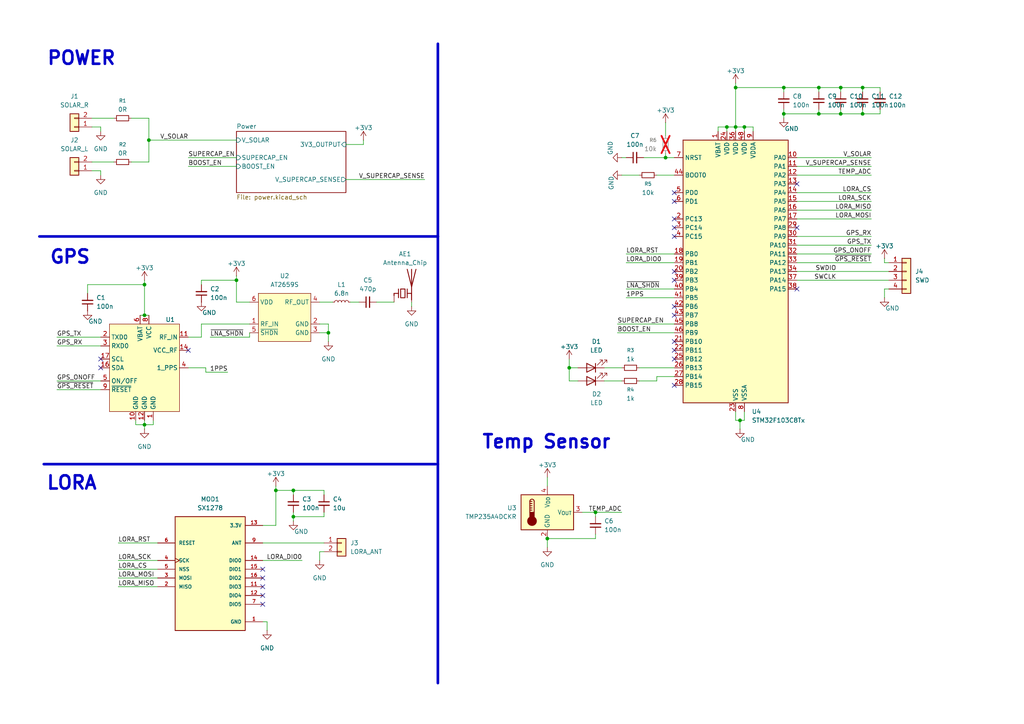
<source format=kicad_sch>
(kicad_sch (version 20250114) (generator "eeschema") (generator_version "9.0")
  (paper "A4")
  (title_block (title "Picoballoon v1") (date "2025-07-29") (company "Laboratorio Gluon"))
  (lib_symbols
    (symbol "Connector_Generic:Conn_01x02" (pin_names (offset 1.016) (hide yes))
      (property "Reference" "J" (at 0 2.54 0))
      (property "Value" "Conn_01x02" (at 0 -5.08 0))
      (symbol "Conn_01x02_1_1"
        (rectangle (start -1.27 1.27) (end 1.27 -3.81) (stroke (width 0.254)) (fill (type background)))
        (rectangle (start -1.27 0.127) (end 0 -0.127) (stroke (width 0.1524)))
        (rectangle (start -1.27 -2.413) (end 0 -2.667) (stroke (width 0.1524)))
        (pin passive line (at -5.08 0 0) (length 3.81) (name "Pin_1") (number "1"))
        (pin passive line (at -5.08 -2.54 0) (length 3.81) (name "Pin_2") (number "2"))
      )
    )
    (symbol "Connector_Generic:Conn_01x04" (pin_names (offset 1.016) (hide yes))
      (property "Reference" "J" (at 0 5.08 0))
      (property "Value" "Conn_01x04" (at 0 -7.62 0))
      (symbol "Conn_01x04_1_1"
        (rectangle (start -1.27 3.81) (end 1.27 -6.35) (stroke (width 0.254)) (fill (type background)))
        (rectangle (start -1.27 2.667) (end 0 2.413) (stroke (width 0.1524)))
        (rectangle (start -1.27 0.127) (end 0 -0.127) (stroke (width 0.1524)))
        (rectangle (start -1.27 -2.413) (end 0 -2.667) (stroke (width 0.1524)))
        (rectangle (start -1.27 -4.953) (end 0 -5.207) (stroke (width 0.1524)))
        (pin passive line (at -5.08 2.54 0) (length 3.81) (name "Pin_1") (number "1"))
        (pin passive line (at -5.08 0 0) (length 3.81) (name "Pin_2") (number "2"))
        (pin passive line (at -5.08 -2.54 0) (length 3.81) (name "Pin_3") (number "3"))
        (pin passive line (at -5.08 -5.08 0) (length 3.81) (name "Pin_4") (number "4"))
      )
    )
    (symbol "Device:Antenna_Chip" (pin_numbers (hide yes)) (pin_names (offset 1.016) (hide yes))
      (property "Reference" "AE" (at 0 5.08 0))
      (property "Value" "Antenna_Chip" (at 0 3.175 0))
      (symbol "Antenna_Chip_0_1"
        (polyline (pts (xy -2.54 0) (xy -2.54 -0.635)) (stroke (width 0.254)))
        (polyline (pts (xy -2.54 0) (xy -1.27 0)) (stroke (width 0.254)))
        (polyline (pts (xy -1.27 1.27) (xy -1.27 -1.27) (xy -1.27 0)) (stroke (width 0.254)))
        (polyline (pts (xy -0.635 1.27) (xy 0.635 1.27) (xy 0.635 -1.27) (xy -0.635 -1.27) (xy -0.635 1.27)) (stroke (width 0.254)))
        (polyline (pts (xy 1.27 1.27) (xy 1.27 -1.27)) (stroke (width 0.254)))
        (polyline (pts (xy 1.27 0) (xy 2.54 0)) (stroke (width 0.254)))
        (polyline (pts (xy 2.54 6.985) (xy 2.54 -1.905)) (stroke (width 0.254)))
        (polyline (pts (xy 2.54 -0.635) (xy 2.54 0)))
        (polyline (pts (xy 3.81 6.985) (xy 2.54 1.905) (xy 1.27 6.985)) (stroke (width 0.254)))
      )
      (symbol "Antenna_Chip_1_1"
        (pin input line (at -2.54 -2.54 90) (length 2.54) (name "FEED") (number "1"))
        (pin passive line (at 2.54 -2.54 90) (length 2.54) (name "PCB_Trace") (number "2"))
      )
    )
    (symbol "Device:C_Small" (pin_numbers (hide yes)) (pin_names (offset 0.254) (hide yes))
      (property "Reference" "C" (at 0.254 1.778 0))
      (property "Value" "C_Small" (at 0.254 -2.032 0))
      (symbol "C_Small_0_1"
        (polyline (pts (xy -1.524 0.508) (xy 1.524 0.508)) (stroke (width 0.3048)))
        (polyline (pts (xy -1.524 -0.508) (xy 1.524 -0.508)) (stroke (width 0.3302)))
      )
      (symbol "C_Small_1_1"
        (pin passive line (at 0 2.54 270) (length 2.032) (name "~") (number "1"))
        (pin passive line (at 0 -2.54 90) (length 2.032) (name "~") (number "2"))
      )
    )
    (symbol "Device:LED" (pin_numbers (hide yes)) (pin_names (offset 1.016) (hide yes))
      (property "Reference" "D" (at 0 2.54 0))
      (property "Value" "LED" (at 0 -2.54 0))
      (symbol "LED_0_1"
        (polyline (pts (xy -3.048 -0.762) (xy -4.572 -2.286) (xy -3.81 -2.286) (xy -4.572 -2.286) (xy -4.572 -1.524)))
        (polyline (pts (xy -1.778 -0.762) (xy -3.302 -2.286) (xy -2.54 -2.286) (xy -3.302 -2.286) (xy -3.302 -1.524)))
        (polyline (pts (xy -1.27 0) (xy 1.27 0)))
        (polyline (pts (xy -1.27 -1.27) (xy -1.27 1.27)) (stroke (width 0.254)))
        (polyline (pts (xy 1.27 -1.27) (xy 1.27 1.27) (xy -1.27 0) (xy 1.27 -1.27)) (stroke (width 0.254)))
      )
      (symbol "LED_1_1"
        (pin passive line (at -3.81 0 0) (length 2.54) (name "K") (number "1"))
        (pin passive line (at 3.81 0 180) (length 2.54) (name "A") (number "2"))
      )
    )
    (symbol "Device:L_Small" (pin_numbers (hide yes)) (pin_names (offset 0.254) (hide yes))
      (property "Reference" "L" (at 0.762 1.016 0))
      (property "Value" "L_Small" (at 0.762 -1.016 0))
      (symbol "L_Small_0_1"
        (arc (start 0 2.032) (mid 0.5058 1.524) (end 0 1.016))
        (arc (start 0 1.016) (mid 0.5058 0.508) (end 0 0))
        (arc (start 0 0) (mid 0.5058 -0.508) (end 0 -1.016))
        (arc (start 0 -1.016) (mid 0.5058 -1.524) (end 0 -2.032))
      )
      (symbol "L_Small_1_1"
        (pin passive line (at 0 2.54 270) (length 0.508) (name "~") (number "1"))
        (pin passive line (at 0 -2.54 90) (length 0.508) (name "~") (number "2"))
      )
    )
    (symbol "Device:R_Small" (pin_numbers (hide yes)) (pin_names (offset 0.254) (hide yes))
      (property "Reference" "R" (at 0 0 90))
      (property "Value" "R_Small" (at 1.778 0 90))
      (symbol "R_Small_0_1"
        (rectangle (start -0.762 1.778) (end 0.762 -1.778) (stroke (width 0.2032)))
      )
      (symbol "R_Small_1_1"
        (pin passive line (at 0 2.54 270) (length 0.762) (name "~") (number "1"))
        (pin passive line (at 0 -2.54 90) (length 0.762) (name "~") (number "2"))
      )
    )
    (symbol "MCU_ST_STM32F1:STM32F103C8Tx"
      (property "Reference" "U" (at -15.24 39.37 0))
      (property "Value" "STM32F103C8Tx" (at 7.62 39.37 0))
      (symbol "STM32F103C8Tx_0_1"
        (rectangle (start -15.24 -38.1) (end 15.24 38.1) (stroke (width 0.254)) (fill (type background)))
      )
      (symbol "STM32F103C8Tx_1_1"
        (pin input line (at -17.78 33.02 0) (length 2.54) (name "NRST") (number "7"))
        (pin input line (at -17.78 27.94 0) (length 2.54) (name "BOOT0") (number "44"))
        (pin bidirectional line (at -17.78 22.86 0) (length 2.54) (name "PD0") (number "5"))
        (pin bidirectional line (at -17.78 20.32 0) (length 2.54) (name "PD1") (number "6"))
        (pin bidirectional line (at -17.78 15.24 0) (length 2.54) (name "PC13") (number "2"))
        (pin bidirectional line (at -17.78 12.7 0) (length 2.54) (name "PC14") (number "3"))
        (pin bidirectional line (at -17.78 10.16 0) (length 2.54) (name "PC15") (number "4"))
        (pin bidirectional line (at -17.78 5.08 0) (length 2.54) (name "PB0") (number "18"))
        (pin bidirectional line (at -17.78 2.54 0) (length 2.54) (name "PB1") (number "19"))
        (pin bidirectional line (at -17.78 0 0) (length 2.54) (name "PB2") (number "20"))
        (pin bidirectional line (at -17.78 -2.54 0) (length 2.54) (name "PB3") (number "39"))
        (pin bidirectional line (at -17.78 -5.08 0) (length 2.54) (name "PB4") (number "40"))
        (pin bidirectional line (at -17.78 -7.62 0) (length 2.54) (name "PB5") (number "41"))
        (pin bidirectional line (at -17.78 -10.16 0) (length 2.54) (name "PB6") (number "42"))
        (pin bidirectional line (at -17.78 -12.7 0) (length 2.54) (name "PB7") (number "43"))
        (pin bidirectional line (at -17.78 -15.24 0) (length 2.54) (name "PB8") (number "45"))
        (pin bidirectional line (at -17.78 -17.78 0) (length 2.54) (name "PB9") (number "46"))
        (pin bidirectional line (at -17.78 -20.32 0) (length 2.54) (name "PB10") (number "21"))
        (pin bidirectional line (at -17.78 -22.86 0) (length 2.54) (name "PB11") (number "22"))
        (pin bidirectional line (at -17.78 -25.4 0) (length 2.54) (name "PB12") (number "25"))
        (pin bidirectional line (at -17.78 -27.94 0) (length 2.54) (name "PB13") (number "26"))
        (pin bidirectional line (at -17.78 -30.48 0) (length 2.54) (name "PB14") (number "27"))
        (pin bidirectional line (at -17.78 -33.02 0) (length 2.54) (name "PB15") (number "28"))
        (pin power_in line (at -5.08 40.64 270) (length 2.54) (name "VBAT") (number "1"))
        (pin power_in line (at -2.54 40.64 270) (length 2.54) (name "VDD") (number "24"))
        (pin power_in line (at 0 40.64 270) (length 2.54) (name "VDD") (number "36"))
        (pin power_in line (at 0 -40.64 90) (length 2.54) (name "VSS") (number "23"))
        (pin passive line (at 0 -40.64 90) (length 2.54) (hide yes) (name "VSS") (number "35"))
        (pin passive line (at 0 -40.64 90) (length 2.54) (hide yes) (name "VSS") (number "47"))
        (pin power_in line (at 2.54 40.64 270) (length 2.54) (name "VDD") (number "48"))
        (pin power_in line (at 2.54 -40.64 90) (length 2.54) (name "VSSA") (number "8"))
        (pin power_in line (at 5.08 40.64 270) (length 2.54) (name "VDDA") (number "9"))
        (pin bidirectional line (at 17.78 33.02 180) (length 2.54) (name "PA0") (number "10"))
        (pin bidirectional line (at 17.78 30.48 180) (length 2.54) (name "PA1") (number "11"))
        (pin bidirectional line (at 17.78 27.94 180) (length 2.54) (name "PA2") (number "12"))
        (pin bidirectional line (at 17.78 25.4 180) (length 2.54) (name "PA3") (number "13"))
        (pin bidirectional line (at 17.78 22.86 180) (length 2.54) (name "PA4") (number "14"))
        (pin bidirectional line (at 17.78 20.32 180) (length 2.54) (name "PA5") (number "15"))
        (pin bidirectional line (at 17.78 17.78 180) (length 2.54) (name "PA6") (number "16"))
        (pin bidirectional line (at 17.78 15.24 180) (length 2.54) (name "PA7") (number "17"))
        (pin bidirectional line (at 17.78 12.7 180) (length 2.54) (name "PA8") (number "29"))
        (pin bidirectional line (at 17.78 10.16 180) (length 2.54) (name "PA9") (number "30"))
        (pin bidirectional line (at 17.78 7.62 180) (length 2.54) (name "PA10") (number "31"))
        (pin bidirectional line (at 17.78 5.08 180) (length 2.54) (name "PA11") (number "32"))
        (pin bidirectional line (at 17.78 2.54 180) (length 2.54) (name "PA12") (number "33"))
        (pin bidirectional line (at 17.78 0 180) (length 2.54) (name "PA13") (number "34"))
        (pin bidirectional line (at 17.78 -2.54 180) (length 2.54) (name "PA14") (number "37"))
        (pin bidirectional line (at 17.78 -5.08 180) (length 2.54) (name "PA15") (number "38"))
      )
    )
    (symbol "RFM98W-433S2:RFM98W-433S2" (pin_names (offset 1.016))
      (property "Reference" "MOD" (at -10.16 18.415 0))
      (property "Value" "RFM98W-433S2" (at -10.16 -17.78 0))
      (symbol "RFM98W-433S2_0_0"
        (rectangle (start -10.16 17.78) (end 10.16 -15.24) (stroke (width 0.254)) (fill (type background)))
        (pin bidirectional line (at -15.24 10.16 0) (length 5.08) (name "RESET") (number "6"))
        (pin input clock (at -15.24 5.08 0) (length 5.08) (name "SCK") (number "4"))
        (pin input line (at -15.24 2.54 0) (length 5.08) (name "NSS") (number "5"))
        (pin input line (at -15.24 0 0) (length 5.08) (name "MOSI") (number "3"))
        (pin output line (at -15.24 -2.54 0) (length 5.08) (name "MISO") (number "2"))
        (pin power_in line (at 15.24 15.24 180) (length 5.08) (name "3.3V") (number "13"))
        (pin bidirectional line (at 15.24 10.16 180) (length 5.08) (name "ANT") (number "9"))
        (pin bidirectional line (at 15.24 5.08 180) (length 5.08) (name "DIO0") (number "14"))
        (pin bidirectional line (at 15.24 2.54 180) (length 5.08) (name "DIO1") (number "15"))
        (pin bidirectional line (at 15.24 0 180) (length 5.08) (name "DIO2") (number "16"))
        (pin bidirectional line (at 15.24 -2.54 180) (length 5.08) (name "DIO3") (number "11"))
        (pin bidirectional line (at 15.24 -5.08 180) (length 5.08) (name "DIO4") (number "12"))
        (pin bidirectional line (at 15.24 -7.62 180) (length 5.08) (name "DIO5") (number "7"))
        (pin power_in line (at 15.24 -12.7 180) (length 5.08) (name "GND") (number "1"))
        (pin power_in line (at 15.24 -12.7 180) (length 5.08) (hide yes) (name "GND") (number "10"))
        (pin power_in line (at 15.24 -12.7 180) (length 5.08) (hide yes) (name "GND") (number "8"))
      )
    )
    (symbol "Sensor_Temperature:TMP20AIDCK"
      (property "Reference" "U" (at -6.35 6.35 0))
      (property "Value" "TMP20AIDCK" (at 1.27 6.35 0))
      (symbol "TMP20AIDCK_0_1"
        (rectangle (start -7.62 5.08) (end 7.62 -5.08) (stroke (width 0.254)) (fill (type background)))
        (polyline (pts (xy -5.08 3.175) (xy -5.08 0)) (stroke (width 0.254)))
        (polyline (pts (xy -5.08 3.175) (xy -4.445 3.175)) (stroke (width 0.254)))
        (polyline (pts (xy -5.08 2.54) (xy -4.445 2.54)) (stroke (width 0.254)))
        (polyline (pts (xy -5.08 1.905) (xy -4.445 1.905)) (stroke (width 0.254)))
        (polyline (pts (xy -5.08 1.27) (xy -4.445 1.27)) (stroke (width 0.254)))
        (polyline (pts (xy -5.08 0.635) (xy -4.445 0.635)) (stroke (width 0.254)))
        (arc (start -5.08 3.175) (mid -4.445 3.8073) (end -3.81 3.175) (stroke (width 0.254)))
        (circle (center -4.445 -2.54) (radius 1.27) (stroke (width 0.254)) (fill (type outline)))
        (polyline (pts (xy -3.81 3.175) (xy -3.81 0)) (stroke (width 0.254)))
        (rectangle (start -3.81 -1.905) (end -5.08 0) (stroke (width 0.254)) (fill (type outline)))
      )
      (symbol "TMP20AIDCK_1_1"
        (pin power_in line (at 0 7.62 270) (length 2.54) (name "V_{DD}") (number "4"))
        (pin power_in line (at 0 -7.62 90) (length 2.54) (name "GND") (number "2"))
        (pin passive line (at 0 -7.62 90) (length 2.54) (hide yes) (name "GND") (number "5"))
        (pin output line (at 10.16 0 180) (length 2.54) (name "V_{OUT}") (number "3"))
        (pin no_connect line (at 10.16 -2.54 180) (length 2.54) (hide yes) (name "NC") (number "1"))
      )
    )
    (symbol "gluonLibrary:AT2659S"
      (property "Reference" "U" (at 6.096 7.62 0))
      (property "Value" "AT2659S" (at -3.556 7.874 0))
      (symbol "AT2659S_0_0"
        (pin power_in line (at -10.16 3.81 0) (length 2.54) (name "VDD") (number "6"))
        (pin input line (at -10.16 -2.54 0) (length 2.54) (name "RF_IN") (number "1"))
        (pin power_in line (at 10.16 -2.54 180) (length 2.54) (name "GND") (number "2"))
        (pin power_in line (at 10.16 -5.08 180) (length 2.54) (name "GND") (number "3"))
      )
      (symbol "AT2659S_0_1"
        (rectangle (start -7.62 6.35) (end 7.62 -7.62) (fill (type background)))
      )
      (symbol "AT2659S_1_0"
        (pin input line (at -10.16 -5.08 0) (length 2.54) (name "~{SHDN}") (number "5"))
        (pin output line (at 10.16 3.81 180) (length 2.54) (name "RF_OUT") (number "4"))
      )
    )
    (symbol "gluonLibrary:ATGM336H"
      (property "Reference" "U" (at 3.81 13.97 0))
      (symbol "ATGM336H_0_0"
        (pin output line (at -12.7 8.89 0) (length 2.54) (name "TXD0") (number "2"))
        (pin input line (at -12.7 6.35 0) (length 2.54) (name "RXD0") (number "3"))
        (pin input line (at -12.7 -3.81 0) (length 2.54) (name "ON/OFF") (number "5"))
        (pin power_in line (at -2.54 -15.24 90) (length 2.54) (name "GND") (number "10"))
        (pin power_in line (at -1.27 15.24 270) (length 2.54) (name "VBAT") (number "6"))
        (pin power_in line (at 0 -15.24 90) (length 2.54) (name "GND") (number "12"))
        (pin power_in line (at 1.27 15.24 270) (length 2.54) (name "VCC") (number "8"))
        (pin power_in line (at 2.54 -15.24 90) (length 2.54) (name "GND") (number "1"))
        (pin input line (at 12.7 8.89 180) (length 2.54) (name "RF_IN") (number "11"))
        (pin power_out line (at 12.7 5.08 180) (length 2.54) (name "VCC_RF") (number "14"))
        (pin output line (at 12.7 0 180) (length 2.54) (name "1_PPS") (number "4"))
        (pin no_connect line (at 12.7 -1.27 180) (length 2.54) (hide yes) (name "Reserved") (number "7"))
        (pin no_connect line (at 12.7 -3.81 180) (length 2.54) (hide yes) (name "Reserved") (number "13"))
        (pin no_connect line (at 12.7 -6.35 180) (length 2.54) (hide yes) (name "Reserved") (number "15"))
        (pin no_connect line (at 12.7 -8.89 180) (length 2.54) (hide yes) (name "Reserved") (number "18"))
      )
      (symbol "ATGM336H_0_1"
        (rectangle (start -10.16 12.7) (end 10.16 -12.7) (fill (type background)))
      )
      (symbol "ATGM336H_1_0"
        (pin output line (at -12.7 2.54 0) (length 2.54) (name "SCL") (number "17"))
        (pin input line (at -12.7 0 0) (length 2.54) (name "SDA") (number "16"))
        (pin input line (at -12.7 -6.35 0) (length 2.54) (name "~{RESET}") (number "9"))
      )
    )
    (symbol "power:+3V3" (power) (pin_numbers (hide yes)) (pin_names (offset 0) (hide yes))
      (property "Value" "+3V3" (at 0 3.556 0))
      (symbol "+3V3_0_1"
        (polyline (pts (xy -0.762 1.27) (xy 0 2.54)))
        (polyline (pts (xy 0 2.54) (xy 0.762 1.27)))
        (polyline (pts (xy 0 0) (xy 0 2.54)))
      )
      (symbol "+3V3_1_1"
        (pin power_in line (at 0 0 90) (length 0) (name "~") (number "1"))
      )
    )
    (symbol "power:GND" (power) (pin_numbers (hide yes)) (pin_names (offset 0) (hide yes))
      (property "Value" "GND" (at 0 -3.81 0))
      (symbol "GND_0_1"
        (polyline (pts (xy 0 0) (xy 0 -1.27) (xy 1.27 -1.27) (xy 0 -2.54) (xy -1.27 -1.27) (xy 0 -1.27)))
      )
      (symbol "GND_1_1"
        (pin power_in line (at 0 0 270) (length 0) (name "~") (number "1"))
      )
    )
  )
  (text "Temp Sensor" (at 158.496 128.27 0) (effects (font (size 3.81 3.81) (thickness 0.762) (bold yes))))
  (text "POWER" (at 23.622 17.018 0) (effects (font (size 3.81 3.81) (thickness 0.762) (bold yes))))
  (text "LORA" (at 20.828 140.208 0) (effects (font (size 3.81 3.81) (thickness 0.762) (bold yes))))
  (text "GPS" (at 20.32 74.676 0) (effects (font (size 3.81 3.81) (thickness 0.762) (bold yes))))
  (junction (at 227.33 33.02))
  (junction (at 41.91 91.44))
  (junction (at 85.09 149.86))
  (junction (at 237.49 33.02))
  (junction (at 250.19 33.02))
  (junction (at 41.91 82.55))
  (junction (at 243.84 33.02))
  (junction (at 165.1 106.68))
  (junction (at 193.04 45.72))
  (junction (at 95.25 96.52))
  (junction (at 172.72 148.59))
  (junction (at 85.09 142.24))
  (junction (at 80.01 142.24))
  (junction (at 215.9 36.83))
  (junction (at 68.58 81.28))
  (junction (at 214.63 121.92))
  (junction (at 213.36 36.83))
  (junction (at 243.84 25.4))
  (junction (at 158.75 156.21))
  (junction (at 43.18 40.64))
  (junction (at 41.91 123.19))
  (junction (at 237.49 25.4))
  (junction (at 210.82 36.83))
  (junction (at 213.36 25.4))
  (junction (at 250.19 25.4))
  (junction (at 227.33 25.4))
  (no_connect (at 231.14 53.34))
  (no_connect (at 195.58 88.9))
  (no_connect (at 231.14 83.82))
  (no_connect (at 195.58 81.28))
  (no_connect (at 195.58 55.88))
  (no_connect (at 195.58 111.76))
  (no_connect (at 195.58 101.6))
  (no_connect (at 76.2 172.72))
  (no_connect (at 54.61 101.6))
  (no_connect (at 29.21 104.14))
  (no_connect (at 195.58 78.74))
  (no_connect (at 195.58 66.04))
  (no_connect (at 195.58 68.58))
  (no_connect (at 29.21 106.68))
  (no_connect (at 231.14 66.04))
  (no_connect (at 195.58 91.44))
  (no_connect (at 195.58 58.42))
  (no_connect (at 76.2 165.1))
  (no_connect (at 195.58 99.06))
  (no_connect (at 76.2 170.18))
  (no_connect (at 76.2 167.64))
  (no_connect (at 76.2 175.26))
  (no_connect (at 195.58 63.5))
  (no_connect (at 195.58 104.14))
  (wire (pts (xy 26.67 49.53) (xy 29.21 49.53)))
  (wire (pts (xy 172.72 148.59) (xy 180.34 148.59)))
  (wire (pts (xy 250.19 25.4) (xy 255.27 25.4)))
  (wire (pts (xy 16.51 113.03) (xy 29.21 113.03)))
  (wire (pts (xy 92.71 160.02) (xy 93.98 160.02)))
  (wire (pts (xy 215.9 36.83) (xy 215.9 38.1)))
  (wire (pts (xy 180.34 106.68) (xy 175.26 106.68)))
  (wire (pts (xy 68.58 81.28) (xy 68.58 87.63)))
  (wire (pts (xy 231.14 78.74) (xy 257.81 78.74)))
  (wire (pts (xy 26.67 36.83) (xy 29.21 36.83)))
  (wire (pts (xy 44.45 123.19) (xy 44.45 121.92)))
  (wire (pts (xy 181.61 83.82) (xy 195.58 83.82)))
  (wire (pts (xy 93.98 143.51) (xy 93.98 142.24)))
  (wire (pts (xy 231.14 60.96) (xy 252.73 60.96)))
  (wire (pts (xy 256.54 76.2) (xy 256.54 74.93)))
  (wire (pts (xy 215.9 119.38) (xy 215.9 121.92)))
  (wire (pts (xy 213.36 25.4) (xy 227.33 25.4)))
  (wire (pts (xy 165.1 110.49) (xy 165.1 106.68)))
  (wire (pts (xy 43.18 34.29) (xy 43.18 40.64)))
  (wire (pts (xy 214.63 121.92) (xy 214.63 124.46)))
  (wire (pts (xy 185.42 110.49) (xy 190.5 110.49)))
  (wire (pts (xy 158.75 138.43) (xy 158.75 140.97)))
  (wire (pts (xy 231.14 58.42) (xy 252.73 58.42)))
  (wire (pts (xy 101.6 87.63) (xy 104.14 87.63)))
  (wire (pts (xy 186.69 45.72) (xy 193.04 45.72)))
  (wire (pts (xy 165.1 106.68) (xy 167.64 106.68)))
  (wire (pts (xy 213.36 36.83) (xy 215.9 36.83)))
  (wire (pts (xy 26.67 34.29) (xy 33.02 34.29)))
  (wire (pts (xy 92.71 96.52) (xy 95.25 96.52)))
  (wire (pts (xy 93.98 149.86) (xy 85.09 149.86)))
  (wire (pts (xy 227.33 25.4) (xy 227.33 26.67)))
  (wire (pts (xy 215.9 36.83) (xy 218.44 36.83)))
  (wire (pts (xy 208.28 36.83) (xy 210.82 36.83)))
  (wire (pts (xy 237.49 25.4) (xy 243.84 25.4)))
  (wire (pts (xy 39.37 121.92) (xy 39.37 123.19)))
  (wire (pts (xy 227.33 33.02) (xy 227.33 34.29)))
  (wire (pts (xy 231.14 55.88) (xy 252.73 55.88)))
  (wire (pts (xy 34.29 170.18) (xy 45.72 170.18)))
  (wire (pts (xy 34.29 165.1) (xy 45.72 165.1)))
  (wire (pts (xy 85.09 142.24) (xy 80.01 142.24)))
  (wire (pts (xy 29.21 49.53) (xy 29.21 50.8)))
  (wire (pts (xy 29.21 36.83) (xy 29.21 38.1)))
  (polyline (pts (xy 127 134.62) (xy 127 198.12)) (stroke (width 0.762)))
  (wire (pts (xy 41.91 121.92) (xy 41.91 123.19)))
  (wire (pts (xy 250.19 33.02) (xy 255.27 33.02)))
  (wire (pts (xy 58.42 97.79) (xy 58.42 93.98)))
  (polyline (pts (xy 12.7 134.62) (xy 126.365 134.62)) (stroke (width 0.762)))
  (wire (pts (xy 190.5 109.22) (xy 195.58 109.22)))
  (wire (pts (xy 250.19 33.02) (xy 250.19 31.75)))
  (wire (pts (xy 41.91 123.19) (xy 44.45 123.19)))
  (wire (pts (xy 76.2 162.56) (xy 87.63 162.56)))
  (wire (pts (xy 34.29 162.56) (xy 45.72 162.56)))
  (wire (pts (xy 231.14 48.26) (xy 252.73 48.26)))
  (wire (pts (xy 213.36 36.83) (xy 213.36 38.1)))
  (wire (pts (xy 25.4 82.55) (xy 41.91 82.55)))
  (wire (pts (xy 250.19 25.4) (xy 250.19 26.67)))
  (wire (pts (xy 158.75 156.21) (xy 158.75 158.75)))
  (wire (pts (xy 85.09 148.59) (xy 85.09 149.86)))
  (wire (pts (xy 119.38 87.63) (xy 119.38 88.9)))
  (wire (pts (xy 92.71 162.56) (xy 92.71 160.02)))
  (wire (pts (xy 214.63 121.92) (xy 213.36 121.92)))
  (wire (pts (xy 218.44 36.83) (xy 218.44 38.1)))
  (wire (pts (xy 227.33 33.02) (xy 237.49 33.02)))
  (wire (pts (xy 179.07 96.52) (xy 195.58 96.52)))
  (wire (pts (xy 190.5 110.49) (xy 190.5 109.22)))
  (wire (pts (xy 231.14 81.28) (xy 257.81 81.28)))
  (wire (pts (xy 213.36 25.4) (xy 213.36 36.83)))
  (wire (pts (xy 16.51 97.79) (xy 29.21 97.79)))
  (wire (pts (xy 76.2 180.34) (xy 77.47 180.34)))
  (wire (pts (xy 92.71 87.63) (xy 96.52 87.63)))
  (wire (pts (xy 231.14 76.2) (xy 252.73 76.2)))
  (wire (pts (xy 237.49 33.02) (xy 243.84 33.02)))
  (wire (pts (xy 256.54 83.82) (xy 256.54 86.36)))
  (wire (pts (xy 255.27 33.02) (xy 255.27 31.75)))
  (wire (pts (xy 208.28 38.1) (xy 208.28 36.83)))
  (wire (pts (xy 41.91 91.44) (xy 41.91 82.55)))
  (wire (pts (xy 76.2 152.4) (xy 80.01 152.4)))
  (wire (pts (xy 231.14 50.8) (xy 252.73 50.8)))
  (wire (pts (xy 26.67 46.99) (xy 33.02 46.99)))
  (wire (pts (xy 243.84 25.4) (xy 250.19 25.4)))
  (wire (pts (xy 54.61 48.26) (xy 68.58 48.26)))
  (wire (pts (xy 185.42 106.68) (xy 195.58 106.68)))
  (wire (pts (xy 210.82 36.83) (xy 213.36 36.83)))
  (wire (pts (xy 172.72 148.59) (xy 172.72 149.86)))
  (wire (pts (xy 181.61 73.66) (xy 195.58 73.66)))
  (polyline (pts (xy 127 12.7) (xy 127 68.58)) (stroke (width 0.762)))
  (wire (pts (xy 100.33 41.91) (xy 105.41 41.91)))
  (wire (pts (xy 256.54 83.82) (xy 257.81 83.82)))
  (wire (pts (xy 95.25 96.52) (xy 95.25 99.06)))
  (wire (pts (xy 257.81 76.2) (xy 256.54 76.2)))
  (wire (pts (xy 93.98 148.59) (xy 93.98 149.86)))
  (wire (pts (xy 255.27 25.4) (xy 255.27 26.67)))
  (wire (pts (xy 231.14 63.5) (xy 252.73 63.5)))
  (wire (pts (xy 85.09 151.13) (xy 85.09 149.86)))
  (wire (pts (xy 231.14 73.66) (xy 252.73 73.66)))
  (wire (pts (xy 237.49 25.4) (xy 237.49 26.67)))
  (wire (pts (xy 41.91 123.19) (xy 41.91 124.46)))
  (wire (pts (xy 109.22 87.63) (xy 114.3 87.63)))
  (wire (pts (xy 54.61 45.72) (xy 68.58 45.72)))
  (wire (pts (xy 59.69 107.95) (xy 59.69 106.68)))
  (wire (pts (xy 80.01 142.24) (xy 80.01 152.4)))
  (wire (pts (xy 95.25 93.98) (xy 95.25 96.52)))
  (wire (pts (xy 34.29 157.48) (xy 45.72 157.48)))
  (wire (pts (xy 172.72 156.21) (xy 158.75 156.21)))
  (wire (pts (xy 58.42 81.28) (xy 68.58 81.28)))
  (wire (pts (xy 43.18 46.99) (xy 43.18 40.64)))
  (wire (pts (xy 59.69 107.95) (xy 66.04 107.95)))
  (wire (pts (xy 41.91 81.28) (xy 41.91 82.55)))
  (wire (pts (xy 77.47 180.34) (xy 77.47 182.88)))
  (wire (pts (xy 231.14 68.58) (xy 252.73 68.58)))
  (wire (pts (xy 243.84 33.02) (xy 250.19 33.02)))
  (wire (pts (xy 43.18 40.64) (xy 68.58 40.64)))
  (wire (pts (xy 231.14 71.12) (xy 252.73 71.12)))
  (wire (pts (xy 181.61 86.36) (xy 195.58 86.36)))
  (wire (pts (xy 165.1 104.14) (xy 165.1 106.68)))
  (wire (pts (xy 43.18 91.44) (xy 41.91 91.44)))
  (wire (pts (xy 190.5 50.8) (xy 195.58 50.8)))
  (wire (pts (xy 231.14 45.72) (xy 252.73 45.72)))
  (wire (pts (xy 193.04 45.72) (xy 193.04 44.45)))
  (wire (pts (xy 58.42 93.98) (xy 72.39 93.98)))
  (wire (pts (xy 167.64 110.49) (xy 165.1 110.49)))
  (wire (pts (xy 243.84 25.4) (xy 243.84 26.67)))
  (wire (pts (xy 237.49 33.02) (xy 237.49 31.75)))
  (wire (pts (xy 39.37 123.19) (xy 41.91 123.19)))
  (wire (pts (xy 180.34 110.49) (xy 175.26 110.49)))
  (wire (pts (xy 25.4 82.55) (xy 25.4 85.09)))
  (wire (pts (xy 68.58 80.01) (xy 68.58 81.28)))
  (wire (pts (xy 16.51 110.49) (xy 29.21 110.49)))
  (wire (pts (xy 16.51 100.33) (xy 29.21 100.33)))
  (wire (pts (xy 195.58 76.2) (xy 181.61 76.2)))
  (wire (pts (xy 213.36 24.13) (xy 213.36 25.4)))
  (wire (pts (xy 72.39 87.63) (xy 68.58 87.63)))
  (polyline (pts (xy 127 68.58) (xy 127 134.62)) (stroke (width 0.762)))
  (wire (pts (xy 93.98 142.24) (xy 85.09 142.24)))
  (wire (pts (xy 172.72 156.21) (xy 172.72 154.94)))
  (wire (pts (xy 210.82 38.1) (xy 210.82 36.83)))
  (wire (pts (xy 54.61 97.79) (xy 58.42 97.79)))
  (wire (pts (xy 38.1 46.99) (xy 43.18 46.99)))
  (wire (pts (xy 58.42 81.28) (xy 58.42 82.55)))
  (wire (pts (xy 34.29 167.64) (xy 45.72 167.64)))
  (wire (pts (xy 76.2 157.48) (xy 93.98 157.48)))
  (wire (pts (xy 38.1 34.29) (xy 43.18 34.29)))
  (wire (pts (xy 168.91 148.59) (xy 172.72 148.59)))
  (wire (pts (xy 215.9 121.92) (xy 214.63 121.92)))
  (wire (pts (xy 60.96 97.79) (xy 72.39 97.79)))
  (wire (pts (xy 193.04 35.56) (xy 193.04 39.37)))
  (wire (pts (xy 180.34 50.8) (xy 185.42 50.8)))
  (wire (pts (xy 105.41 41.91) (xy 105.41 40.64)))
  (wire (pts (xy 72.39 97.79) (xy 72.39 96.52)))
  (wire (pts (xy 85.09 142.24) (xy 85.09 143.51)))
  (wire (pts (xy 243.84 33.02) (xy 243.84 31.75)))
  (wire (pts (xy 59.69 106.68) (xy 54.61 106.68)))
  (wire (pts (xy 179.07 93.98) (xy 195.58 93.98)))
  (wire (pts (xy 41.91 91.44) (xy 40.64 91.44)))
  (polyline (pts (xy 11.43 68.58) (xy 127 68.58)) (stroke (width 0.762)))
  (wire (pts (xy 80.01 142.24) (xy 80.01 140.97)))
  (wire (pts (xy 100.33 52.07) (xy 123.19 52.07)))
  (wire (pts (xy 193.04 45.72) (xy 195.58 45.72)))
  (wire (pts (xy 181.61 45.72) (xy 180.34 45.72)))
  (wire (pts (xy 92.71 93.98) (xy 95.25 93.98)))
  (wire (pts (xy 227.33 33.02) (xy 227.33 31.75)))
  (wire (pts (xy 213.36 121.92) (xy 213.36 119.38)))
  (wire (pts (xy 227.33 25.4) (xy 237.49 25.4)))
  (label "BOOST_EN" (at 179.07 96.52 0))
  (label "LORA_MISO" (at 34.29 170.18 0))
  (label "~{LNA_SHDN}" (at 181.61 83.82 0))
  (label "SUPERCAP_EN" (at 179.07 93.98 0))
  (label "LORA_SCK" (at 34.29 162.56 0))
  (label "LORA_RST" (at 181.61 73.66 0))
  (label "V_SUPERCAP_SENSE" (at 252.73 48.26 180))
  (label "LORA_MISO" (at 252.73 60.96 180))
  (label "GPS_TX" (at 16.51 97.79 0))
  (label "~{GPS_RESET}" (at 252.73 76.2 180))
  (label "GPS_RX" (at 16.51 100.33 0))
  (label "GPS_TX" (at 252.73 71.12 180))
  (label "SUPERCAP_EN" (at 54.61 45.72 0))
  (label "~{GPS_RESET}" (at 16.51 113.03 0))
  (label "V_SUPERCAP_SENSE" (at 123.19 52.07 180))
  (label "BOOST_EN" (at 54.61 48.26 0))
  (label "V_SOLAR" (at 252.73 45.72 180))
  (label "LORA_DIO0" (at 87.63 162.56 180))
  (label "LORA_CS" (at 34.29 165.1 0))
  (label "GPS_ONOFF" (at 16.51 110.49 0))
  (label "LORA_SCK" (at 252.73 58.42 180))
  (label "LORA_CS" (at 252.73 55.88 180))
  (label "1PPS" (at 66.04 107.95 180))
  (label "TEMP_ADC" (at 252.73 50.8 180))
  (label "GPS_ONOFF" (at 252.73 73.66 180))
  (label "LORA_MOSI" (at 252.73 63.5 180))
  (label "TEMP_ADC" (at 180.34 148.59 180))
  (label "LORA_DIO0" (at 181.61 76.2 0))
  (label "1PPS" (at 181.61 86.36 0))
  (label "LORA_RST" (at 34.29 157.48 0))
  (label "SWCLK" (at 242.57 81.28 180))
  (label "LORA_MOSI" (at 34.29 167.64 0))
  (label "V_SOLAR" (at 54.61 40.64 180))
  (label "SWDIO" (at 242.57 78.74 180))
  (label "~{LNA_SHDN}" (at 60.96 97.79 0))
  (label "GPS_RX" (at 252.73 68.58 180))
  (symbol (lib_id "power:GND") (at 85.09 151.13 0) (unit 1)
    (property "Reference" "#PWR010" (effects (hide yes)))
    (property "Value" "GND" (at 87.376 154.178 0))
    (property "Description" "Power symbol creates a global label with name \"GND\" , ground" (effects (hide yes)))
  )
  (symbol (lib_id "power:GND") (at 180.34 45.72 270) (unit 1)
    (property "Reference" "#PWR017" (effects (hide yes)))
    (property "Value" "GND" (at 177.038 42.926 0))
    (property "Description" "Power symbol creates a global label with name \"GND\" , ground" (effects (hide yes)))
  )
  (symbol (lib_id "Device:C_Small") (at 85.09 146.05 180) (unit 1)
    (property "Reference" "C3" (at 87.63 144.7735 0) (effects (justify right)))
    (property "Value" "100n" (at 87.63 147.3135 0) (effects (justify right)))
    (property "Footprint" "Capacitor_SMD:C_0603_1608Metric_Pad1.08x0.95mm_HandSolder" (effects (hide yes)))
    (property "Description" "Unpolarized capacitor, small symbol" (effects (hide yes)))
    (property "LCSC" "https://lcsc.com/product-detail/Multilayer-Ceramic-Capacitors-MLCC-SMD-SMT_FOJAN-FCC0603B104K500CT_C5137636.html" (effects (hide yes)))
  )
  (symbol (lib_id "Connector_Generic:Conn_01x04") (at 262.89 78.74 0) (unit 1)
    (property "Reference" "J4" (at 265.43 78.7399 0) (effects (justify left)))
    (property "Value" "SWD" (at 265.43 81.2799 0) (effects (justify left)))
    (property "Footprint" "Connector_PinHeader_2.54mm:PinHeader_1x04_P2.54mm_Vertical" (effects (hide yes)))
    (property "Description" "Generic connector, single row, 01x04, script generated (kicad-library-utils/schlib/autogen/connector/)" (effects (hide yes)))
  )
  (symbol (lib_id "power:GND") (at 77.47 182.88 0) (unit 1)
    (property "Reference" "#PWR08" (effects (hide yes)))
    (property "Value" "GND" (at 77.47 187.96 0))
    (property "Description" "Power symbol creates a global label with name \"GND\" , ground" (effects (hide yes)))
  )
  (symbol (lib_id "power:GND") (at 29.21 50.8 0) (unit 1)
    (property "Reference" "#PWR03" (effects (hide yes)))
    (property "Value" "GND" (at 29.21 55.88 0))
    (property "Description" "Power symbol creates a global label with name \"GND\" , ground" (effects (hide yes)))
  )
  (symbol (lib_id "power:GND") (at 180.34 50.8 270) (unit 1)
    (property "Reference" "#PWR018" (effects (hide yes)))
    (property "Value" "GND" (at 177.292 53.086 0))
    (property "Description" "Power symbol creates a global label with name \"GND\" , ground" (effects (hide yes)))
  )
  (symbol (lib_id "Device:LED") (at 171.45 110.49 180) (unit 1)
    (property "Reference" "D2" (at 173.0375 114.3 0))
    (property "Value" "LED" (at 173.0375 116.84 0))
    (property "Footprint" "LED_SMD:LED_0603_1608Metric_Pad1.05x0.95mm_HandSolder" (effects (hide yes)))
    (property "Description" "Light emitting diode" (effects (hide yes)))
    (property "Sim.Pins" "1=K 2=A" (effects (hide yes)))
    (property "LCSC" "https://lcsc.com/product-detail/LED-Indication-Discrete_TUOZHAN-F-0603-00025-P2-0603G1TS2-06T-002_C7496818.html" (effects (hide yes)))
  )
  (symbol (lib_id "Connector_Generic:Conn_01x02") (at 99.06 157.48 0) (unit 1)
    (property "Reference" "J3" (at 101.6 157.4799 0) (effects (justify left)))
    (property "Value" "LORA_ANT" (at 101.6 160.0199 0) (effects (justify left)))
    (property "Footprint" "Connector_PinHeader_2.00mm:PinHeader_1x02_P2.00mm_Vertical" (effects (hide yes)))
    (property "Description" "Generic connector, single row, 01x02, script generated (kicad-library-utils/schlib/autogen/connector/)" (effects (hide yes)))
  )
  (symbol (lib_id "power:+3V3") (at 158.75 138.43 0) (mirror y) (unit 1)
    (property "Reference" "#PWR014" (effects (hide yes)))
    (property "Value" "+3V3" (at 158.75 134.8542 0))
    (property "Description" "Power symbol creates a global label with name \"+3V3\"" (effects (hide yes)))
  )
  (symbol (lib_id "Device:Antenna_Chip") (at 116.84 85.09 0) (unit 1)
    (property "Reference" "AE1" (at 117.475 73.66 0))
    (property "Value" "Antenna_Chip" (at 117.475 76.2 0))
    (property "Footprint" "RF_Antenna:Pulse_W3011" (effects (hide yes)))
    (property "Description" "Ceramic chip antenna with pin for PCB trace" (effects (hide yes)))
    (property "LCSC" "https://lcsc.com/product-detail/Antennas_PULSE-W3011_C6604735.html" (effects (hide yes)))
  )
  (symbol (lib_id "power:GND") (at 95.25 99.06 0) (unit 1)
    (property "Reference" "#PWR012" (effects (hide yes)))
    (property "Value" "GND" (at 95.25 104.14 0))
    (property "Description" "Power symbol creates a global label with name \"GND\" , ground" (effects (hide yes)))
  )
  (symbol (lib_id "Device:C_Small") (at 58.42 85.09 180) (unit 1)
    (property "Reference" "C2" (at 60.96 83.8135 0) (effects (justify right)))
    (property "Value" "100n" (at 60.96 86.3535 0) (effects (justify right)))
    (property "Footprint" "Capacitor_SMD:C_0603_1608Metric_Pad1.08x0.95mm_HandSolder" (effects (hide yes)))
    (property "Description" "Unpolarized capacitor, small symbol" (effects (hide yes)))
    (property "LCSC" "https://lcsc.com/product-detail/Multilayer-Ceramic-Capacitors-MLCC-SMD-SMT_FOJAN-FCC0603B104K500CT_C5137636.html" (effects (hide yes)))
  )
  (symbol (lib_id "power:GND") (at 58.42 87.63 0) (unit 1)
    (property "Reference" "#PWR06" (effects (hide yes)))
    (property "Value" "GND" (at 60.706 90.678 0))
    (property "Description" "Power symbol creates a global label with name \"GND\" , ground" (effects (hide yes)))
  )
  (symbol (lib_id "gluonLibrary:ATGM336H") (at 41.91 106.68 0) (unit 1)
    (property "Reference" "U1" (at 48.006 92.71 0) (effects (justify left)))
    (property "Value" "ATGM336H" (effects (hide yes)))
    (property "Footprint" "GluonLib:ATGM336H" (effects (hide yes)))
    (property "Datasheet" "https://www.tinytronics.nl/product_files/002176_ATGM336H.pdf" (effects (hide yes)))
    (property "LCSC" "https://lcsc.com/product-detail/GNSS-Modules_ZHONGKEWEI-ATGM336H-5N71_C2940946.html" (effects (hide yes)))
  )
  (symbol (lib_id "power:+3V3") (at 165.1 104.14 0) (mirror y) (unit 1)
    (property "Reference" "#PWR016" (effects (hide yes)))
    (property "Value" "+3V3" (at 165.1 100.5642 0))
    (property "Description" "Power symbol creates a global label with name \"+3V3\"" (effects (hide yes)))
  )
  (symbol (lib_id "Device:R_Small") (at 35.56 46.99 90) (unit 1)
    (property "Reference" "R2" (at 35.56 41.91 90) (effects (font (size 1.016 1.016))))
    (property "Value" "0R" (at 35.56 44.45 90))
    (property "Footprint" "Resistor_SMD:R_0603_1608Metric_Pad0.98x0.95mm_HandSolder" (effects (hide yes)))
    (property "Description" "Resistor, small symbol" (effects (hide yes)))
  )
  (symbol (lib_id "power:GND") (at 119.38 88.9 0) (unit 1)
    (property "Reference" "#PWR031" (effects (hide yes)))
    (property "Value" "GND" (at 119.38 93.98 0))
    (property "Description" "Power symbol creates a global label with name \"GND\" , ground" (effects (hide yes)))
  )
  (symbol (lib_id "Device:C_Small") (at 106.68 87.63 90) (unit 1)
    (property "Reference" "C5" (at 106.6863 81.28 90))
    (property "Value" "470p" (at 106.6863 83.82 90))
    (property "Footprint" "Capacitor_SMD:C_0603_1608Metric_Pad1.08x0.95mm_HandSolder" (effects (hide yes)))
    (property "Description" "Unpolarized capacitor, small symbol" (effects (hide yes)))
    (property "LCSC" "https://lcsc.com/product-detail/Multilayer-Ceramic-Capacitors-MLCC-SMD-SMT_FOJAN-FCC0603B471K500CT_C5137637.html" (effects (hide yes)))
  )
  (symbol (lib_id "power:GND") (at 227.33 34.29 0) (unit 1)
    (property "Reference" "#PWR022" (effects (hide yes)))
    (property "Value" "GND" (at 229.616 37.338 0))
    (property "Description" "Power symbol creates a global label with name \"GND\" , ground" (effects (hide yes)))
  )
  (symbol (lib_id "Device:C_Small") (at 237.49 29.21 180) (unit 1)
    (property "Reference" "C9" (at 240.03 27.94 0) (effects (justify right)))
    (property "Value" "100n" (at 240.03 30.4735 0) (effects (justify right)))
    (property "Footprint" "Capacitor_SMD:C_0603_1608Metric_Pad1.08x0.95mm_HandSolder" (effects (hide yes)))
    (property "Description" "Unpolarized capacitor, small symbol" (effects (hide yes)))
    (property "LCSC" "https://lcsc.com/product-detail/Multilayer-Ceramic-Capacitors-MLCC-SMD-SMT_FOJAN-FCC0603B104K500CT_C5137636.html" (effects (hide yes)))
  )
  (symbol (lib_id "power:GND") (at 256.54 86.36 0) (unit 1)
    (property "Reference" "#PWR024" (effects (hide yes)))
    (property "Value" "GND" (at 258.826 89.408 0))
    (property "Description" "Power symbol creates a global label with name \"GND\" , ground" (effects (hide yes)))
  )
  (symbol (lib_id "Device:C_Small") (at 93.98 146.05 0) (unit 1)
    (property "Reference" "C4" (at 96.52 144.7862 0) (effects (justify left)))
    (property "Value" "10u" (at 96.52 147.3262 0) (effects (justify left)))
    (property "Footprint" "Capacitor_SMD:C_0805_2012Metric_Pad1.18x1.45mm_HandSolder" (effects (hide yes)))
    (property "Description" "Unpolarized capacitor, small symbol" (effects (hide yes)))
    (property "LCSC" "https://lcsc.com/product-detail/Multilayer-Ceramic-Capacitors-MLCC-SMD-SMT_CCTC-TCC0805X5R106K100FT_C380331.html" (effects (hide yes)))
  )
  (symbol (lib_id "Device:R_Small") (at 182.88 110.49 90) (unit 1)
    (property "Reference" "R4" (at 182.88 113.03 90) (effects (font (size 1.016 1.016))))
    (property "Value" "1k" (at 182.88 115.57 90))
    (property "Footprint" "Resistor_SMD:R_0603_1608Metric_Pad0.98x0.95mm_HandSolder" (effects (hide yes)))
    (property "Description" "Resistor, small symbol" (effects (hide yes)))
  )
  (symbol (lib_id "power:GND") (at 41.91 124.46 0) (unit 1)
    (property "Reference" "#PWR05" (effects (hide yes)))
    (property "Value" "GND" (at 41.91 129.54 0))
    (property "Description" "Power symbol creates a global label with name \"GND\" , ground" (effects (hide yes)))
  )
  (symbol (lib_id "Device:C_Small") (at 25.4 87.63 180) (unit 1)
    (property "Reference" "C1" (at 27.94 86.3535 0) (effects (justify right)))
    (property "Value" "100n" (at 27.94 88.8935 0) (effects (justify right)))
    (property "Footprint" "Capacitor_SMD:C_0603_1608Metric_Pad1.08x0.95mm_HandSolder" (effects (hide yes)))
    (property "Description" "Unpolarized capacitor, small symbol" (effects (hide yes)))
    (property "LCSC" "https://lcsc.com/product-detail/Multilayer-Ceramic-Capacitors-MLCC-SMD-SMT_FOJAN-FCC0603B104K500CT_C5137636.html" (effects (hide yes)))
  )
  (symbol (lib_id "Device:C_Small") (at 172.72 152.4 180) (unit 1)
    (property "Reference" "C6" (at 175.26 151.1235 0) (effects (justify right)))
    (property "Value" "100n" (at 175.26 153.6635 0) (effects (justify right)))
    (property "Footprint" "Capacitor_SMD:C_0603_1608Metric_Pad1.08x0.95mm_HandSolder" (effects (hide yes)))
    (property "Description" "Unpolarized capacitor, small symbol" (effects (hide yes)))
    (property "LCSC" "https://lcsc.com/product-detail/Multilayer-Ceramic-Capacitors-MLCC-SMD-SMT_FOJAN-FCC0603B104K500CT_C5137636.html" (effects (hide yes)))
  )
  (symbol (lib_id "Device:C_Small") (at 250.19 29.21 180) (unit 1)
    (property "Reference" "C11" (at 252.73 27.94 0) (effects (justify right)))
    (property "Value" "100n" (at 252.73 30.4735 0) (effects (justify right)))
    (property "Footprint" "Capacitor_SMD:C_0603_1608Metric_Pad1.08x0.95mm_HandSolder" (effects (hide yes)))
    (property "Description" "Unpolarized capacitor, small symbol" (effects (hide yes)))
    (property "LCSC" "https://lcsc.com/product-detail/Multilayer-Ceramic-Capacitors-MLCC-SMD-SMT_FOJAN-FCC0603B104K500CT_C5137636.html" (effects (hide yes)))
  )
  (symbol (lib_id "Device:C_Small") (at 255.27 29.21 180) (unit 1)
    (property "Reference" "C12" (at 257.81 27.94 0) (effects (justify right)))
    (property "Value" "100n" (at 257.81 30.4735 0) (effects (justify right)))
    (property "Footprint" "Capacitor_SMD:C_0603_1608Metric_Pad1.08x0.95mm_HandSolder" (effects (hide yes)))
    (property "Description" "Unpolarized capacitor, small symbol" (effects (hide yes)))
    (property "LCSC" "https://lcsc.com/product-detail/Multilayer-Ceramic-Capacitors-MLCC-SMD-SMT_FOJAN-FCC0603B104K500CT_C5137636.html" (effects (hide yes)))
  )
  (symbol (lib_id "power:+3V3") (at 105.41 40.64 0) (mirror y) (unit 1)
    (property "Reference" "#PWR013" (effects (hide yes)))
    (property "Value" "+3V3" (at 105.41 37.0642 0))
    (property "Description" "Power symbol creates a global label with name \"+3V3\"" (effects (hide yes)))
  )
  (symbol (lib_id "power:GND") (at 214.63 124.46 0) (unit 1)
    (property "Reference" "#PWR021" (effects (hide yes)))
    (property "Value" "GND" (at 216.916 127.508 0))
    (property "Description" "Power symbol creates a global label with name \"GND\" , ground" (effects (hide yes)))
  )
  (symbol (lib_id "Device:L_Small") (at 99.06 87.63 90) (unit 1)
    (property "Reference" "L1" (at 99.06 82.55 90))
    (property "Value" "6.8n" (at 99.06 85.09 90))
    (property "Footprint" "Inductor_SMD:L_0603_1608Metric_Pad1.05x0.95mm_HandSolder" (effects (hide yes)))
    (property "Description" "Inductor, small symbol" (effects (hide yes)))
    (property "LCSC" "https://lcsc.com/product-detail/Inductors-SMD_HYHONGYEX-HBLS1608-6N8J_C964026.html" (effects (hide yes)))
  )
  (symbol (lib_id "Device:LED") (at 171.45 106.68 180) (unit 1)
    (property "Reference" "D1" (at 172.974 99.06 0))
    (property "Value" "LED" (at 172.974 101.6 0))
    (property "Footprint" "LED_SMD:LED_0603_1608Metric_Pad1.05x0.95mm_HandSolder" (effects (hide yes)))
    (property "Description" "Light emitting diode" (effects (hide yes)))
    (property "Sim.Pins" "1=K 2=A" (effects (hide yes)))
    (property "LCSC" "https://lcsc.com/product-detail/LED-Indication-Discrete_TUOZHAN-F-0603-00139-P2-0603R1TS2-06T-002_C7496820.html" (effects (hide yes)))
  )
  (symbol (lib_id "gluonLibrary:AT2659S") (at 82.55 91.44 0) (unit 1)
    (property "Reference" "U2" (at 82.55 80.01 0))
    (property "Value" "AT2659S" (at 82.55 82.55 0))
    (property "Footprint" "Package_TO_SOT_SMD:SOT-23-6_Handsoldering" (effects (hide yes)))
    (property "Datasheet" "https://lcsc.com/product-detail/GNSS-Modules_ZHONGKEWEI-ATGM336H-5N71_C2940946.html" (effects (hide yes)))
    (property "Description" "SMD,10.1x9.7mm GNSS Modules ROHS" (effects (hide yes)))
    (property "LCSC" "https://lcsc.com/product-detail/GNSS-Modules_ZHONGKEWEI-ATGM336H-5N71_C2940946.html" (effects (hide yes)))
  )
  (symbol (lib_id "Device:C_Small") (at 227.33 29.21 180) (unit 1)
    (property "Reference" "C8" (at 229.87 27.94 0) (effects (justify right)))
    (property "Value" "100n" (at 229.87 30.4735 0) (effects (justify right)))
    (property "Footprint" "Capacitor_SMD:C_0603_1608Metric_Pad1.08x0.95mm_HandSolder" (effects (hide yes)))
    (property "Description" "Unpolarized capacitor, small symbol" (effects (hide yes)))
    (property "LCSC" "https://lcsc.com/product-detail/Multilayer-Ceramic-Capacitors-MLCC-SMD-SMT_FOJAN-FCC0603B104K500CT_C5137636.html" (effects (hide yes)))
  )
  (symbol (lib_id "Device:C_Small") (at 243.84 29.21 180) (unit 1)
    (property "Reference" "C10" (at 246.38 27.94 0) (effects (justify right)))
    (property "Value" "100n" (at 246.38 30.4735 0) (effects (justify right)))
    (property "Footprint" "Capacitor_SMD:C_0603_1608Metric_Pad1.08x0.95mm_HandSolder" (effects (hide yes)))
    (property "Description" "Unpolarized capacitor, small symbol" (effects (hide yes)))
    (property "LCSC" "https://lcsc.com/product-detail/Multilayer-Ceramic-Capacitors-MLCC-SMD-SMT_FOJAN-FCC0603B104K500CT_C5137636.html" (effects (hide yes)))
  )
  (symbol (lib_id "Sensor_Temperature:TMP20AIDCK") (at 158.75 148.59 0) (unit 1)
    (property "Reference" "U3" (at 149.86 147.3199 0) (effects (justify right)))
    (property "Value" "TMP235A4DCKR" (at 149.86 149.8599 0) (effects (justify right)))
    (property "Footprint" "Package_TO_SOT_SMD:SOT-353_SC-70-5" (effects (hide yes)))
    (property "Datasheet" "http://www.ti.com/lit/ds/symlink/tmp20.pdf" (effects (hide yes)))
    (property "Description" "Analog thermistor temperature sensor, ±2.5C accuracy, -55C to +130C, SC-70-5" (effects (hide yes)))
    (property "LCSC" "https://lcsc.com/product-detail/Temperature-Sensors_TI-TMP235A4DCKR_C2861437.html?s_z=n_TMP235A4DCKR" (effects (hide yes)))
  )
  (symbol (lib_id "power:+3V3") (at 256.54 74.93 0) (mirror y) (unit 1)
    (property "Reference" "#PWR023" (effects (hide yes)))
    (property "Value" "+3V3" (at 256.54 71.3542 0))
    (property "Description" "Power symbol creates a global label with name \"+3V3\"" (effects (hide yes)))
  )
  (symbol (lib_id "power:GND") (at 29.21 38.1 0) (unit 1)
    (property "Reference" "#PWR02" (effects (hide yes)))
    (property "Value" "GND" (at 29.21 43.18 0))
    (property "Description" "Power symbol creates a global label with name \"GND\" , ground" (effects (hide yes)))
  )
  (symbol (lib_id "Device:R_Small") (at 35.56 34.29 90) (unit 1)
    (property "Reference" "R1" (at 35.56 29.21 90) (effects (font (size 1.016 1.016))))
    (property "Value" "0R" (at 35.56 31.75 90))
    (property "Footprint" "Resistor_SMD:R_0603_1608Metric_Pad0.98x0.95mm_HandSolder" (effects (hide yes)))
    (property "Description" "Resistor, small symbol" (effects (hide yes)))
  )
  (symbol (lib_id "power:GND") (at 158.75 158.75 0) (unit 1)
    (property "Reference" "#PWR015" (effects (hide yes)))
    (property "Value" "GND" (at 158.75 163.83 0))
    (property "Description" "Power symbol creates a global label with name \"GND\" , ground" (effects (hide yes)))
  )
  (symbol (lib_id "RFM98W-433S2:RFM98W-433S2") (at 60.96 167.64 0) (unit 1)
    (property "Reference" "MOD1" (at 60.96 144.78 0))
    (property "Value" "SX1278" (at 60.96 147.32 0))
    (property "Footprint" "GluonLib:SX1278" (effects (hide yes)))
    (property "Datasheet" "https://cdn-shop.adafruit.com/product-files/3179/sx1276_77_78_79.pdf" (effects (hide yes)))
    (property "MF" "RF Solutions" (effects (hide yes)))
    (property "Description_1" "802.15.4, General ISM < 1GHz LoRa™ Transceiver Module 433MHz - Surface Mount" (effects (hide yes)))
    (property "Package" "Non Standard RF Solutions" (effects (hide yes)))
    (property "Price" "None" (effects (hide yes)))
    (property "Check_prices" "https://www.snapeda.com/parts/RFM98W-433S2/RF/view-part/?ref=eda" (effects (hide yes)))
    (property "STANDARD" "Manufacturer Recommendations" (effects (hide yes)))
    (property "PARTREV" "N/A" (effects (hide yes)))
    (property "SnapEDA_Link" "https://www.snapeda.com/parts/RFM98W-433S2/RF/view-part/?ref=snap" (effects (hide yes)))
    (property "MP" "RFM98W-433S2" (effects (hide yes)))
    (property "Availability" "In Stock" (effects (hide yes)))
    (property "MANUFACTURER" "Hoperf" (effects (hide yes)))
  )
  (symbol (lib_id "power:+3V3") (at 68.58 80.01 0) (mirror y) (unit 1)
    (property "Reference" "#PWR07" (effects (hide yes)))
    (property "Value" "+3V3" (at 68.58 76.4342 0))
    (property "Description" "Power symbol creates a global label with name \"+3V3\"" (effects (hide yes)))
  )
  (symbol (lib_id "power:+3V3") (at 80.01 140.97 0) (mirror y) (unit 1)
    (property "Reference" "#PWR09" (effects (hide yes)))
    (property "Value" "+3V3" (at 80.01 137.3942 0))
    (property "Description" "Power symbol creates a global label with name \"+3V3\"" (effects (hide yes)))
  )
  (symbol (lib_id "Device:R_Small") (at 187.96 50.8 270) (unit 1)
    (property "Reference" "R5" (at 187.96 53.34 90) (effects (font (size 1.016 1.016))))
    (property "Value" "10k" (at 187.96 55.88 90))
    (property "Footprint" "Resistor_SMD:R_0603_1608Metric_Pad0.98x0.95mm_HandSolder" (effects (hide yes)))
    (property "Description" "Resistor, small symbol" (effects (hide yes)))
  )
  (symbol (lib_id "power:+3V3") (at 213.36 24.13 0) (mirror y) (unit 1)
    (property "Reference" "#PWR020" (effects (hide yes)))
    (property "Value" "+3V3" (at 213.36 20.5542 0))
    (property "Description" "Power symbol creates a global label with name \"+3V3\"" (effects (hide yes)))
  )
  (symbol (lib_id "Connector_Generic:Conn_01x02") (at 21.59 49.53 180) (unit 1)
    (property "Reference" "J2" (at 21.59 40.64 0))
    (property "Value" "SOLAR_L" (at 21.59 43.18 0))
    (property "Footprint" "GluonLib:2_PAD_SMD" (effects (hide yes)))
    (property "Description" "Generic connector, single row, 01x02, script generated (kicad-library-utils/schlib/autogen/connector/)" (effects (hide yes)))
  )
  (symbol (lib_id "power:+3V3") (at 41.91 81.28 0) (mirror y) (unit 1)
    (property "Reference" "#PWR04" (effects (hide yes)))
    (property "Value" "+3V3" (at 41.91 77.7042 0))
    (property "Description" "Power symbol creates a global label with name \"+3V3\"" (effects (hide yes)))
  )
  (symbol (lib_id "Device:C_Small") (at 184.15 45.72 90) (unit 1)
    (property "Reference" "C7" (at 184.1563 39.37 90))
    (property "Value" "100n" (at 184.1563 41.91 90))
    (property "Footprint" "Capacitor_SMD:C_0603_1608Metric_Pad1.08x0.95mm_HandSolder" (effects (hide yes)))
    (property "Description" "Unpolarized capacitor, small symbol" (effects (hide yes)))
    (property "LCSC" "https://lcsc.com/product-detail/Multilayer-Ceramic-Capacitors-MLCC-SMD-SMT_FOJAN-FCC0603B104K500CT_C5137636.html" (effects (hide yes)))
  )
  (symbol (lib_id "MCU_ST_STM32F1:STM32F103C8Tx") (at 213.36 78.74 0) (unit 1)
    (property "Reference" "U4" (at 218.0433 119.38 0) (effects (justify left)))
    (property "Value" "STM32F103C8Tx" (at 218.0433 121.92 0) (effects (justify left)))
    (property "Footprint" "Package_QFP:LQFP-48_7x7mm_P0.5mm" (effects (hide yes)))
    (property "Datasheet" "https://www.st.com/resource/en/datasheet/stm32f103c8.pdf" (effects (hide yes)))
    (property "Description" "STMicroelectronics Arm Cortex-M3 MCU, 64KB flash, 20KB RAM, 72 MHz, 2.0-3.6V, 37 GPIO, LQFP48" (effects (hide yes)))
  )
  (symbol (lib_id "Connector_Generic:Conn_01x02") (at 21.59 36.83 180) (unit 1)
    (property "Reference" "J1" (at 21.59 27.94 0))
    (property "Value" "SOLAR_R" (at 21.59 30.48 0))
    (property "Footprint" "GluonLib:2_PAD_SMD" (effects (hide yes)))
    (property "Description" "Generic connector, single row, 01x02, script generated (kicad-library-utils/schlib/autogen/connector/)" (effects (hide yes)))
  )
  (symbol (lib_id "power:+3V3") (at 193.04 35.56 0) (mirror y) (unit 1)
    (property "Reference" "#PWR019" (effects (hide yes)))
    (property "Value" "+3V3" (at 193.04 31.9842 0))
    (property "Description" "Power symbol creates a global label with name \"+3V3\"" (effects (hide yes)))
  )
  (symbol (lib_id "power:GND") (at 25.4 90.17 0) (unit 1)
    (property "Reference" "#PWR01" (effects (hide yes)))
    (property "Value" "GND" (at 27.686 93.218 0))
    (property "Description" "Power symbol creates a global label with name \"GND\" , ground" (effects (hide yes)))
  )
  (symbol (lib_id "power:GND") (at 92.71 162.56 0) (unit 1)
    (property "Reference" "#PWR011" (effects (hide yes)))
    (property "Value" "GND" (at 92.71 167.64 0))
    (property "Description" "Power symbol creates a global label with name \"GND\" , ground" (effects (hide yes)))
  )
  (symbol (lib_id "Device:R_Small") (at 182.88 106.68 90) (unit 1)
    (property "Reference" "R3" (at 182.88 101.6 90) (effects (font (size 1.016 1.016))))
    (property "Value" "1k" (at 182.88 104.14 90))
    (property "Footprint" "Resistor_SMD:R_0603_1608Metric_Pad0.98x0.95mm_HandSolder" (effects (hide yes)))
    (property "Description" "Resistor, small symbol" (effects (hide yes)))
  )
  (symbol (lib_id "Device:R_Small") (at 193.04 41.91 0) (unit 1) (dnp yes)
    (property "Reference" "R6" (at 190.5 40.6399 0) (effects (font (size 1.016 1.016)) (justify right)))
    (property "Value" "10k" (at 190.5 43.1799 0) (effects (justify right)))
    (property "Footprint" "Resistor_SMD:R_0603_1608Metric_Pad0.98x0.95mm_HandSolder" (effects (hide yes)))
    (property "Description" "Resistor, small symbol" (effects (hide yes)))
  )
  (sheet (at 68.58 38.1) (size 31.75 17.78) (stroke (width 0.1524))
    (property "Sheetname" "Power" (at 68.58 37.3884 0) (effects (justify left bottom)))
    (property "Sheetfile" "power.kicad_sch" (at 68.58 56.4646 0) (effects (justify left top)))
    (pin "V_SUPERCAP_SENSE" output (at 100.33 52.07 0))
    (pin "SUPERCAP_EN" input (at 68.58 45.72 180))
    (pin "V_SOLAR" input (at 68.58 40.64 180))
    (pin "BOOST_EN" input (at 68.58 48.26 180))
    (pin "3V3_OUTPUT" input (at 100.33 41.91 0))
  )
)
</source>
